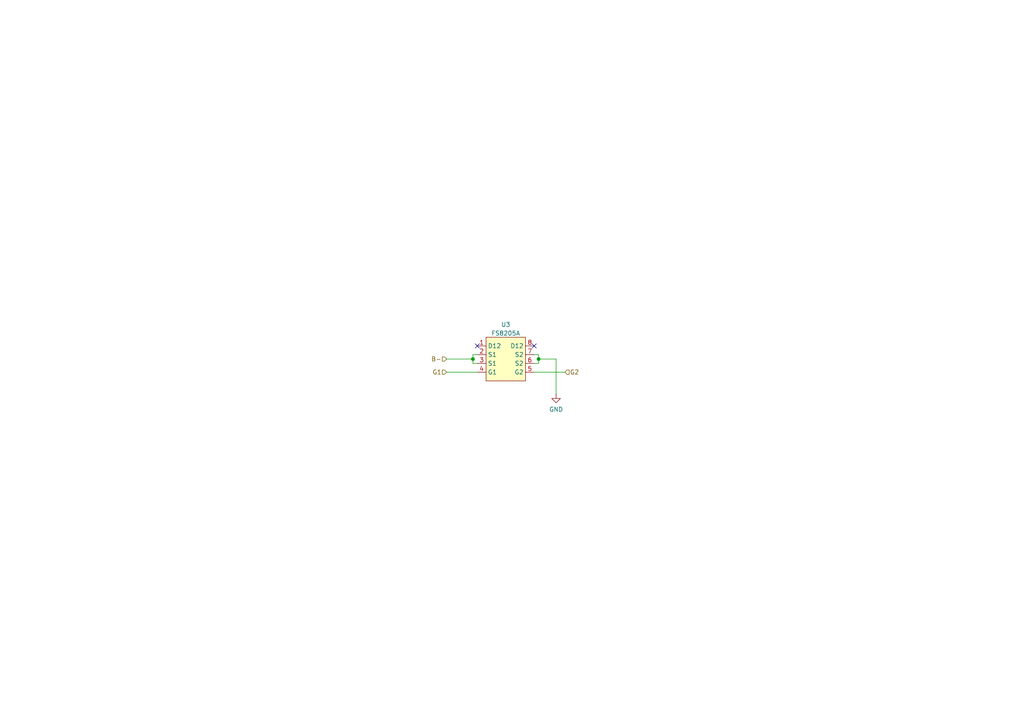
<source format=kicad_sch>
(kicad_sch (version 20211123) (generator eeschema)
  (paper "A4")
  (title_block (rev "1.0") (company "Cristóbal Cuevas Lagos"))
  (lib_symbols
    (symbol "battery_led:FS8205A"
      (property "Reference" "U" (at 0 10.16 0))
      (property "Value" "FS8205A" (at 0 7.62 0))
      (symbol "FS8205A_0_1"
        (rectangle (start -5.08 6.35) (end 6.35 -6.35) (stroke (width 0.1524)) (fill (type background)))
      )
      (symbol "FS8205A_1_1"
        (pin output line (at -7.62 3.81 0) (length 2.54) (name "D12") (number "1"))
        (pin output line (at -7.62 1.27 0) (length 2.54) (name "S1") (number "2"))
        (pin output line (at -7.62 -1.27 0) (length 2.54) (name "S1") (number "3"))
        (pin input line (at -7.62 -3.81 0) (length 2.54) (name "G1") (number "4"))
        (pin input line (at 8.89 -3.81 180) (length 2.54) (name "G2") (number "5"))
        (pin output line (at 8.89 -1.27 180) (length 2.54) (name "S2") (number "6"))
        (pin output line (at 8.89 1.27 180) (length 2.54) (name "S2") (number "7"))
        (pin output line (at 8.89 3.81 180) (length 2.54) (name "D12") (number "8"))
      )
    )
    (symbol "power:GND" (power) (pin_names (offset 0))
      (property "Value" "GND" (at 0 -3.81 0))
      (symbol "GND_0_1"
        (polyline (pts (xy 0 0) (xy 0 -1.27) (xy 1.27 -1.27) (xy 0 -2.54) (xy -1.27 -1.27) (xy 0 -1.27)))
      )
      (symbol "GND_1_1"
        (pin power_in line (at 0 0 270) (length 0) hide (name "GND") (number "1"))
      )
    )
  )
  (junction (at 156.21 104.14))
  (junction (at 137.16 104.14))
  (no_connect (at 138.43 100.33))
  (no_connect (at 154.94 100.33))
  (wire (pts (xy 137.16 105.41) (xy 138.43 105.41)))
  (wire (pts (xy 129.54 107.95) (xy 138.43 107.95)))
  (wire (pts (xy 154.94 107.95) (xy 163.83 107.95)))
  (wire (pts (xy 137.16 102.87) (xy 137.16 104.14)))
  (wire (pts (xy 156.21 104.14) (xy 156.21 105.41)))
  (wire (pts (xy 156.21 104.14) (xy 161.29 104.14)))
  (wire (pts (xy 156.21 102.87) (xy 156.21 104.14)))
  (wire (pts (xy 154.94 105.41) (xy 156.21 105.41)))
  (wire (pts (xy 138.43 102.87) (xy 137.16 102.87)))
  (wire (pts (xy 129.54 104.14) (xy 137.16 104.14)))
  (wire (pts (xy 154.94 102.87) (xy 156.21 102.87)))
  (wire (pts (xy 137.16 104.14) (xy 137.16 105.41)))
  (wire (pts (xy 161.29 104.14) (xy 161.29 114.3)))
  (hierarchical_label "B-" (shape input) (at 129.54 104.14 180))
  (hierarchical_label "G2" (shape input) (at 163.83 107.95 0))
  (hierarchical_label "G1" (shape input) (at 129.54 107.95 180))
  (symbol (lib_id "battery_led:FS8205A") (at 146.05 104.14 0) (unit 1)
    (property "Reference" "U3" (at 146.685 94.141 0))
    (property "Value" "FS8205A" (at 146.685 96.6779 0))
    (property "Footprint" "Package_SO:TSSOP-8_4.4x3mm_P0.65mm" (effects hide))
    (property "Datasheet" "https://datasheet.lcsc.com/lcsc/1810110910_Fortune-Semicon-FS8205_C32254.pdf" (effects hide))
  )
  (symbol (lib_id "power:GND") (at 161.29 114.3 0) (unit 1)
    (property "Reference" "#PWR08" (effects hide))
    (property "Value" "GND" (at 161.29 118.7434 0))
  )
)
</source>
